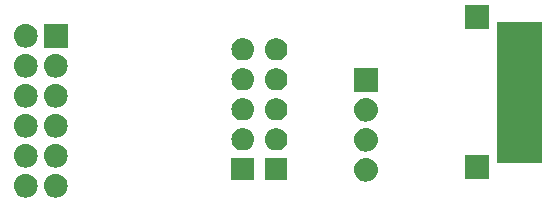
<source format=gbs>
G04 #@! TF.GenerationSoftware,KiCad,Pcbnew,(5.1.4)-1*
G04 #@! TF.CreationDate,2020-10-15T03:44:07+01:00*
G04 #@! TF.ProjectId,buffer,62756666-6572-42e6-9b69-6361645f7063,rev?*
G04 #@! TF.SameCoordinates,Original*
G04 #@! TF.FileFunction,Soldermask,Bot*
G04 #@! TF.FilePolarity,Negative*
%FSLAX46Y46*%
G04 Gerber Fmt 4.6, Leading zero omitted, Abs format (unit mm)*
G04 Created by KiCad (PCBNEW (5.1.4)-1) date 2020-10-15 03:44:07*
%MOMM*%
%LPD*%
G04 APERTURE LIST*
%ADD10C,0.100000*%
G04 APERTURE END LIST*
D10*
G36*
X40549836Y-46090830D02*
G01*
X40738332Y-46148009D01*
X40912058Y-46240868D01*
X41064328Y-46365832D01*
X41189292Y-46518102D01*
X41282151Y-46691828D01*
X41339330Y-46880324D01*
X41358638Y-47076360D01*
X41339330Y-47272396D01*
X41282151Y-47460892D01*
X41189292Y-47634618D01*
X41064328Y-47786888D01*
X40912058Y-47911852D01*
X40738332Y-48004711D01*
X40549836Y-48061890D01*
X40402920Y-48076360D01*
X40304680Y-48076360D01*
X40157764Y-48061890D01*
X39969268Y-48004711D01*
X39795542Y-47911852D01*
X39643272Y-47786888D01*
X39518308Y-47634618D01*
X39425449Y-47460892D01*
X39368270Y-47272396D01*
X39348962Y-47076360D01*
X39368270Y-46880324D01*
X39425449Y-46691828D01*
X39518308Y-46518102D01*
X39643272Y-46365832D01*
X39795542Y-46240868D01*
X39969268Y-46148009D01*
X40157764Y-46090830D01*
X40304680Y-46076360D01*
X40402920Y-46076360D01*
X40549836Y-46090830D01*
X40549836Y-46090830D01*
G37*
G36*
X38009836Y-46090830D02*
G01*
X38198332Y-46148009D01*
X38372058Y-46240868D01*
X38524328Y-46365832D01*
X38649292Y-46518102D01*
X38742151Y-46691828D01*
X38799330Y-46880324D01*
X38818638Y-47076360D01*
X38799330Y-47272396D01*
X38742151Y-47460892D01*
X38649292Y-47634618D01*
X38524328Y-47786888D01*
X38372058Y-47911852D01*
X38198332Y-48004711D01*
X38009836Y-48061890D01*
X37862920Y-48076360D01*
X37764680Y-48076360D01*
X37617764Y-48061890D01*
X37429268Y-48004711D01*
X37255542Y-47911852D01*
X37103272Y-47786888D01*
X36978308Y-47634618D01*
X36885449Y-47460892D01*
X36828270Y-47272396D01*
X36808962Y-47076360D01*
X36828270Y-46880324D01*
X36885449Y-46691828D01*
X36978308Y-46518102D01*
X37103272Y-46365832D01*
X37255542Y-46240868D01*
X37429268Y-46148009D01*
X37617764Y-46090830D01*
X37764680Y-46076360D01*
X37862920Y-46076360D01*
X38009836Y-46090830D01*
X38009836Y-46090830D01*
G37*
G36*
X66813436Y-44744630D02*
G01*
X67001932Y-44801809D01*
X67175658Y-44894668D01*
X67327928Y-45019632D01*
X67452892Y-45171902D01*
X67545751Y-45345628D01*
X67602930Y-45534124D01*
X67622238Y-45730160D01*
X67602930Y-45926196D01*
X67545751Y-46114692D01*
X67452892Y-46288418D01*
X67327928Y-46440688D01*
X67175658Y-46565652D01*
X67001932Y-46658511D01*
X66813436Y-46715690D01*
X66666520Y-46730160D01*
X66568280Y-46730160D01*
X66421364Y-46715690D01*
X66232868Y-46658511D01*
X66059142Y-46565652D01*
X65906872Y-46440688D01*
X65781908Y-46288418D01*
X65689049Y-46114692D01*
X65631870Y-45926196D01*
X65612562Y-45730160D01*
X65631870Y-45534124D01*
X65689049Y-45345628D01*
X65781908Y-45171902D01*
X65906872Y-45019632D01*
X66059142Y-44894668D01*
X66232868Y-44801809D01*
X66421364Y-44744630D01*
X66568280Y-44730160D01*
X66666520Y-44730160D01*
X66813436Y-44744630D01*
X66813436Y-44744630D01*
G37*
G36*
X59972800Y-46629360D02*
G01*
X58072800Y-46629360D01*
X58072800Y-44729360D01*
X59972800Y-44729360D01*
X59972800Y-46629360D01*
X59972800Y-46629360D01*
G37*
G36*
X57128000Y-46629360D02*
G01*
X55228000Y-46629360D01*
X55228000Y-44729360D01*
X57128000Y-44729360D01*
X57128000Y-46629360D01*
X57128000Y-46629360D01*
G37*
G36*
X77033180Y-46504100D02*
G01*
X75033180Y-46504100D01*
X75033180Y-44504100D01*
X77033180Y-44504100D01*
X77033180Y-46504100D01*
X77033180Y-46504100D01*
G37*
G36*
X38009836Y-43550830D02*
G01*
X38198332Y-43608009D01*
X38372058Y-43700868D01*
X38524328Y-43825832D01*
X38649292Y-43978102D01*
X38742151Y-44151828D01*
X38799330Y-44340324D01*
X38818638Y-44536360D01*
X38799330Y-44732396D01*
X38742151Y-44920892D01*
X38649292Y-45094618D01*
X38524328Y-45246888D01*
X38372058Y-45371852D01*
X38198332Y-45464711D01*
X38009836Y-45521890D01*
X37862920Y-45536360D01*
X37764680Y-45536360D01*
X37617764Y-45521890D01*
X37429268Y-45464711D01*
X37255542Y-45371852D01*
X37103272Y-45246888D01*
X36978308Y-45094618D01*
X36885449Y-44920892D01*
X36828270Y-44732396D01*
X36808962Y-44536360D01*
X36828270Y-44340324D01*
X36885449Y-44151828D01*
X36978308Y-43978102D01*
X37103272Y-43825832D01*
X37255542Y-43700868D01*
X37429268Y-43608009D01*
X37617764Y-43550830D01*
X37764680Y-43536360D01*
X37862920Y-43536360D01*
X38009836Y-43550830D01*
X38009836Y-43550830D01*
G37*
G36*
X40549836Y-43550830D02*
G01*
X40738332Y-43608009D01*
X40912058Y-43700868D01*
X41064328Y-43825832D01*
X41189292Y-43978102D01*
X41282151Y-44151828D01*
X41339330Y-44340324D01*
X41358638Y-44536360D01*
X41339330Y-44732396D01*
X41282151Y-44920892D01*
X41189292Y-45094618D01*
X41064328Y-45246888D01*
X40912058Y-45371852D01*
X40738332Y-45464711D01*
X40549836Y-45521890D01*
X40402920Y-45536360D01*
X40304680Y-45536360D01*
X40157764Y-45521890D01*
X39969268Y-45464711D01*
X39795542Y-45371852D01*
X39643272Y-45246888D01*
X39518308Y-45094618D01*
X39425449Y-44920892D01*
X39368270Y-44732396D01*
X39348962Y-44536360D01*
X39368270Y-44340324D01*
X39425449Y-44151828D01*
X39518308Y-43978102D01*
X39643272Y-43825832D01*
X39795542Y-43700868D01*
X39969268Y-43608009D01*
X40157764Y-43550830D01*
X40304680Y-43536360D01*
X40402920Y-43536360D01*
X40549836Y-43550830D01*
X40549836Y-43550830D01*
G37*
G36*
X81502000Y-45180960D02*
G01*
X77702000Y-45180960D01*
X77702000Y-33220960D01*
X81502000Y-33220960D01*
X81502000Y-45180960D01*
X81502000Y-45180960D01*
G37*
G36*
X66813436Y-42204630D02*
G01*
X67001932Y-42261809D01*
X67175658Y-42354668D01*
X67327928Y-42479632D01*
X67452892Y-42631902D01*
X67545751Y-42805628D01*
X67602930Y-42994124D01*
X67622238Y-43190160D01*
X67602930Y-43386196D01*
X67545751Y-43574692D01*
X67452892Y-43748418D01*
X67327928Y-43900688D01*
X67175658Y-44025652D01*
X67001932Y-44118511D01*
X66813436Y-44175690D01*
X66666520Y-44190160D01*
X66568280Y-44190160D01*
X66421364Y-44175690D01*
X66232868Y-44118511D01*
X66059142Y-44025652D01*
X65906872Y-43900688D01*
X65781908Y-43748418D01*
X65689049Y-43574692D01*
X65631870Y-43386196D01*
X65612562Y-43190160D01*
X65631870Y-42994124D01*
X65689049Y-42805628D01*
X65781908Y-42631902D01*
X65906872Y-42479632D01*
X66059142Y-42354668D01*
X66232868Y-42261809D01*
X66421364Y-42204630D01*
X66568280Y-42190160D01*
X66666520Y-42190160D01*
X66813436Y-42204630D01*
X66813436Y-42204630D01*
G37*
G36*
X59209033Y-42203106D02*
G01*
X59298570Y-42230267D01*
X59388108Y-42257428D01*
X59553145Y-42345642D01*
X59697801Y-42464359D01*
X59816518Y-42609015D01*
X59904732Y-42774052D01*
X59959054Y-42953128D01*
X59977396Y-43139360D01*
X59959054Y-43325592D01*
X59904732Y-43504668D01*
X59816518Y-43669705D01*
X59697801Y-43814361D01*
X59553145Y-43933078D01*
X59388108Y-44021292D01*
X59298570Y-44048453D01*
X59209033Y-44075614D01*
X59069465Y-44089360D01*
X58976135Y-44089360D01*
X58836567Y-44075614D01*
X58747030Y-44048453D01*
X58657492Y-44021292D01*
X58492455Y-43933078D01*
X58347799Y-43814361D01*
X58229082Y-43669705D01*
X58140868Y-43504668D01*
X58086546Y-43325592D01*
X58068204Y-43139360D01*
X58086546Y-42953128D01*
X58140868Y-42774052D01*
X58229082Y-42609015D01*
X58347799Y-42464359D01*
X58492455Y-42345642D01*
X58657492Y-42257428D01*
X58747030Y-42230267D01*
X58836567Y-42203106D01*
X58976135Y-42189360D01*
X59069465Y-42189360D01*
X59209033Y-42203106D01*
X59209033Y-42203106D01*
G37*
G36*
X56364233Y-42203106D02*
G01*
X56453770Y-42230267D01*
X56543308Y-42257428D01*
X56708345Y-42345642D01*
X56853001Y-42464359D01*
X56971718Y-42609015D01*
X57059932Y-42774052D01*
X57114254Y-42953128D01*
X57132596Y-43139360D01*
X57114254Y-43325592D01*
X57059932Y-43504668D01*
X56971718Y-43669705D01*
X56853001Y-43814361D01*
X56708345Y-43933078D01*
X56543308Y-44021292D01*
X56453770Y-44048453D01*
X56364233Y-44075614D01*
X56224665Y-44089360D01*
X56131335Y-44089360D01*
X55991767Y-44075614D01*
X55902230Y-44048453D01*
X55812692Y-44021292D01*
X55647655Y-43933078D01*
X55502999Y-43814361D01*
X55384282Y-43669705D01*
X55296068Y-43504668D01*
X55241746Y-43325592D01*
X55223404Y-43139360D01*
X55241746Y-42953128D01*
X55296068Y-42774052D01*
X55384282Y-42609015D01*
X55502999Y-42464359D01*
X55647655Y-42345642D01*
X55812692Y-42257428D01*
X55902230Y-42230267D01*
X55991767Y-42203106D01*
X56131335Y-42189360D01*
X56224665Y-42189360D01*
X56364233Y-42203106D01*
X56364233Y-42203106D01*
G37*
G36*
X40549836Y-41010830D02*
G01*
X40738332Y-41068009D01*
X40912058Y-41160868D01*
X41064328Y-41285832D01*
X41189292Y-41438102D01*
X41282151Y-41611828D01*
X41339330Y-41800324D01*
X41358638Y-41996360D01*
X41339330Y-42192396D01*
X41282151Y-42380892D01*
X41189292Y-42554618D01*
X41064328Y-42706888D01*
X40912058Y-42831852D01*
X40738332Y-42924711D01*
X40549836Y-42981890D01*
X40402920Y-42996360D01*
X40304680Y-42996360D01*
X40157764Y-42981890D01*
X39969268Y-42924711D01*
X39795542Y-42831852D01*
X39643272Y-42706888D01*
X39518308Y-42554618D01*
X39425449Y-42380892D01*
X39368270Y-42192396D01*
X39348962Y-41996360D01*
X39368270Y-41800324D01*
X39425449Y-41611828D01*
X39518308Y-41438102D01*
X39643272Y-41285832D01*
X39795542Y-41160868D01*
X39969268Y-41068009D01*
X40157764Y-41010830D01*
X40304680Y-40996360D01*
X40402920Y-40996360D01*
X40549836Y-41010830D01*
X40549836Y-41010830D01*
G37*
G36*
X38009836Y-41010830D02*
G01*
X38198332Y-41068009D01*
X38372058Y-41160868D01*
X38524328Y-41285832D01*
X38649292Y-41438102D01*
X38742151Y-41611828D01*
X38799330Y-41800324D01*
X38818638Y-41996360D01*
X38799330Y-42192396D01*
X38742151Y-42380892D01*
X38649292Y-42554618D01*
X38524328Y-42706888D01*
X38372058Y-42831852D01*
X38198332Y-42924711D01*
X38009836Y-42981890D01*
X37862920Y-42996360D01*
X37764680Y-42996360D01*
X37617764Y-42981890D01*
X37429268Y-42924711D01*
X37255542Y-42831852D01*
X37103272Y-42706888D01*
X36978308Y-42554618D01*
X36885449Y-42380892D01*
X36828270Y-42192396D01*
X36808962Y-41996360D01*
X36828270Y-41800324D01*
X36885449Y-41611828D01*
X36978308Y-41438102D01*
X37103272Y-41285832D01*
X37255542Y-41160868D01*
X37429268Y-41068009D01*
X37617764Y-41010830D01*
X37764680Y-40996360D01*
X37862920Y-40996360D01*
X38009836Y-41010830D01*
X38009836Y-41010830D01*
G37*
G36*
X66813436Y-39664630D02*
G01*
X67001932Y-39721809D01*
X67175658Y-39814668D01*
X67327928Y-39939632D01*
X67452892Y-40091902D01*
X67545751Y-40265628D01*
X67602930Y-40454124D01*
X67622238Y-40650160D01*
X67602930Y-40846196D01*
X67545751Y-41034692D01*
X67452892Y-41208418D01*
X67327928Y-41360688D01*
X67175658Y-41485652D01*
X67001932Y-41578511D01*
X66813436Y-41635690D01*
X66666520Y-41650160D01*
X66568280Y-41650160D01*
X66421364Y-41635690D01*
X66232868Y-41578511D01*
X66059142Y-41485652D01*
X65906872Y-41360688D01*
X65781908Y-41208418D01*
X65689049Y-41034692D01*
X65631870Y-40846196D01*
X65612562Y-40650160D01*
X65631870Y-40454124D01*
X65689049Y-40265628D01*
X65781908Y-40091902D01*
X65906872Y-39939632D01*
X66059142Y-39814668D01*
X66232868Y-39721809D01*
X66421364Y-39664630D01*
X66568280Y-39650160D01*
X66666520Y-39650160D01*
X66813436Y-39664630D01*
X66813436Y-39664630D01*
G37*
G36*
X59209033Y-39663106D02*
G01*
X59298570Y-39690267D01*
X59388108Y-39717428D01*
X59553145Y-39805642D01*
X59697801Y-39924359D01*
X59816518Y-40069015D01*
X59904732Y-40234052D01*
X59959054Y-40413128D01*
X59977396Y-40599360D01*
X59959054Y-40785592D01*
X59904732Y-40964668D01*
X59816518Y-41129705D01*
X59697801Y-41274361D01*
X59553145Y-41393078D01*
X59388108Y-41481292D01*
X59298570Y-41508453D01*
X59209033Y-41535614D01*
X59069465Y-41549360D01*
X58976135Y-41549360D01*
X58836567Y-41535614D01*
X58747030Y-41508453D01*
X58657492Y-41481292D01*
X58492455Y-41393078D01*
X58347799Y-41274361D01*
X58229082Y-41129705D01*
X58140868Y-40964668D01*
X58086546Y-40785592D01*
X58068204Y-40599360D01*
X58086546Y-40413128D01*
X58140868Y-40234052D01*
X58229082Y-40069015D01*
X58347799Y-39924359D01*
X58492455Y-39805642D01*
X58657492Y-39717428D01*
X58747030Y-39690267D01*
X58836567Y-39663106D01*
X58976135Y-39649360D01*
X59069465Y-39649360D01*
X59209033Y-39663106D01*
X59209033Y-39663106D01*
G37*
G36*
X56364233Y-39663106D02*
G01*
X56453770Y-39690267D01*
X56543308Y-39717428D01*
X56708345Y-39805642D01*
X56853001Y-39924359D01*
X56971718Y-40069015D01*
X57059932Y-40234052D01*
X57114254Y-40413128D01*
X57132596Y-40599360D01*
X57114254Y-40785592D01*
X57059932Y-40964668D01*
X56971718Y-41129705D01*
X56853001Y-41274361D01*
X56708345Y-41393078D01*
X56543308Y-41481292D01*
X56453770Y-41508453D01*
X56364233Y-41535614D01*
X56224665Y-41549360D01*
X56131335Y-41549360D01*
X55991767Y-41535614D01*
X55902230Y-41508453D01*
X55812692Y-41481292D01*
X55647655Y-41393078D01*
X55502999Y-41274361D01*
X55384282Y-41129705D01*
X55296068Y-40964668D01*
X55241746Y-40785592D01*
X55223404Y-40599360D01*
X55241746Y-40413128D01*
X55296068Y-40234052D01*
X55384282Y-40069015D01*
X55502999Y-39924359D01*
X55647655Y-39805642D01*
X55812692Y-39717428D01*
X55902230Y-39690267D01*
X55991767Y-39663106D01*
X56131335Y-39649360D01*
X56224665Y-39649360D01*
X56364233Y-39663106D01*
X56364233Y-39663106D01*
G37*
G36*
X40549836Y-38470830D02*
G01*
X40738332Y-38528009D01*
X40912058Y-38620868D01*
X41064328Y-38745832D01*
X41189292Y-38898102D01*
X41282151Y-39071828D01*
X41339330Y-39260324D01*
X41358638Y-39456360D01*
X41339330Y-39652396D01*
X41282151Y-39840892D01*
X41189292Y-40014618D01*
X41064328Y-40166888D01*
X40912058Y-40291852D01*
X40738332Y-40384711D01*
X40549836Y-40441890D01*
X40402920Y-40456360D01*
X40304680Y-40456360D01*
X40157764Y-40441890D01*
X39969268Y-40384711D01*
X39795542Y-40291852D01*
X39643272Y-40166888D01*
X39518308Y-40014618D01*
X39425449Y-39840892D01*
X39368270Y-39652396D01*
X39348962Y-39456360D01*
X39368270Y-39260324D01*
X39425449Y-39071828D01*
X39518308Y-38898102D01*
X39643272Y-38745832D01*
X39795542Y-38620868D01*
X39969268Y-38528009D01*
X40157764Y-38470830D01*
X40304680Y-38456360D01*
X40402920Y-38456360D01*
X40549836Y-38470830D01*
X40549836Y-38470830D01*
G37*
G36*
X38009836Y-38470830D02*
G01*
X38198332Y-38528009D01*
X38372058Y-38620868D01*
X38524328Y-38745832D01*
X38649292Y-38898102D01*
X38742151Y-39071828D01*
X38799330Y-39260324D01*
X38818638Y-39456360D01*
X38799330Y-39652396D01*
X38742151Y-39840892D01*
X38649292Y-40014618D01*
X38524328Y-40166888D01*
X38372058Y-40291852D01*
X38198332Y-40384711D01*
X38009836Y-40441890D01*
X37862920Y-40456360D01*
X37764680Y-40456360D01*
X37617764Y-40441890D01*
X37429268Y-40384711D01*
X37255542Y-40291852D01*
X37103272Y-40166888D01*
X36978308Y-40014618D01*
X36885449Y-39840892D01*
X36828270Y-39652396D01*
X36808962Y-39456360D01*
X36828270Y-39260324D01*
X36885449Y-39071828D01*
X36978308Y-38898102D01*
X37103272Y-38745832D01*
X37255542Y-38620868D01*
X37429268Y-38528009D01*
X37617764Y-38470830D01*
X37764680Y-38456360D01*
X37862920Y-38456360D01*
X38009836Y-38470830D01*
X38009836Y-38470830D01*
G37*
G36*
X67617400Y-39110160D02*
G01*
X65617400Y-39110160D01*
X65617400Y-37110160D01*
X67617400Y-37110160D01*
X67617400Y-39110160D01*
X67617400Y-39110160D01*
G37*
G36*
X56364233Y-37123106D02*
G01*
X56453770Y-37150267D01*
X56543308Y-37177428D01*
X56708345Y-37265642D01*
X56853001Y-37384359D01*
X56971718Y-37529015D01*
X57059932Y-37694052D01*
X57114254Y-37873128D01*
X57132596Y-38059360D01*
X57114254Y-38245592D01*
X57059932Y-38424668D01*
X56971718Y-38589705D01*
X56853001Y-38734361D01*
X56708345Y-38853078D01*
X56543308Y-38941292D01*
X56453770Y-38968453D01*
X56364233Y-38995614D01*
X56224665Y-39009360D01*
X56131335Y-39009360D01*
X55991767Y-38995614D01*
X55902230Y-38968453D01*
X55812692Y-38941292D01*
X55647655Y-38853078D01*
X55502999Y-38734361D01*
X55384282Y-38589705D01*
X55296068Y-38424668D01*
X55241746Y-38245592D01*
X55223404Y-38059360D01*
X55241746Y-37873128D01*
X55296068Y-37694052D01*
X55384282Y-37529015D01*
X55502999Y-37384359D01*
X55647655Y-37265642D01*
X55812692Y-37177428D01*
X55902230Y-37150267D01*
X55991767Y-37123106D01*
X56131335Y-37109360D01*
X56224665Y-37109360D01*
X56364233Y-37123106D01*
X56364233Y-37123106D01*
G37*
G36*
X59209033Y-37123106D02*
G01*
X59298570Y-37150267D01*
X59388108Y-37177428D01*
X59553145Y-37265642D01*
X59697801Y-37384359D01*
X59816518Y-37529015D01*
X59904732Y-37694052D01*
X59959054Y-37873128D01*
X59977396Y-38059360D01*
X59959054Y-38245592D01*
X59904732Y-38424668D01*
X59816518Y-38589705D01*
X59697801Y-38734361D01*
X59553145Y-38853078D01*
X59388108Y-38941292D01*
X59298570Y-38968453D01*
X59209033Y-38995614D01*
X59069465Y-39009360D01*
X58976135Y-39009360D01*
X58836567Y-38995614D01*
X58747030Y-38968453D01*
X58657492Y-38941292D01*
X58492455Y-38853078D01*
X58347799Y-38734361D01*
X58229082Y-38589705D01*
X58140868Y-38424668D01*
X58086546Y-38245592D01*
X58068204Y-38059360D01*
X58086546Y-37873128D01*
X58140868Y-37694052D01*
X58229082Y-37529015D01*
X58347799Y-37384359D01*
X58492455Y-37265642D01*
X58657492Y-37177428D01*
X58747030Y-37150267D01*
X58836567Y-37123106D01*
X58976135Y-37109360D01*
X59069465Y-37109360D01*
X59209033Y-37123106D01*
X59209033Y-37123106D01*
G37*
G36*
X40549836Y-35930830D02*
G01*
X40738332Y-35988009D01*
X40912058Y-36080868D01*
X41064328Y-36205832D01*
X41189292Y-36358102D01*
X41282151Y-36531828D01*
X41339330Y-36720324D01*
X41358638Y-36916360D01*
X41339330Y-37112396D01*
X41282151Y-37300892D01*
X41189292Y-37474618D01*
X41064328Y-37626888D01*
X40912058Y-37751852D01*
X40738332Y-37844711D01*
X40549836Y-37901890D01*
X40402920Y-37916360D01*
X40304680Y-37916360D01*
X40157764Y-37901890D01*
X39969268Y-37844711D01*
X39795542Y-37751852D01*
X39643272Y-37626888D01*
X39518308Y-37474618D01*
X39425449Y-37300892D01*
X39368270Y-37112396D01*
X39348962Y-36916360D01*
X39368270Y-36720324D01*
X39425449Y-36531828D01*
X39518308Y-36358102D01*
X39643272Y-36205832D01*
X39795542Y-36080868D01*
X39969268Y-35988009D01*
X40157764Y-35930830D01*
X40304680Y-35916360D01*
X40402920Y-35916360D01*
X40549836Y-35930830D01*
X40549836Y-35930830D01*
G37*
G36*
X38009836Y-35930830D02*
G01*
X38198332Y-35988009D01*
X38372058Y-36080868D01*
X38524328Y-36205832D01*
X38649292Y-36358102D01*
X38742151Y-36531828D01*
X38799330Y-36720324D01*
X38818638Y-36916360D01*
X38799330Y-37112396D01*
X38742151Y-37300892D01*
X38649292Y-37474618D01*
X38524328Y-37626888D01*
X38372058Y-37751852D01*
X38198332Y-37844711D01*
X38009836Y-37901890D01*
X37862920Y-37916360D01*
X37764680Y-37916360D01*
X37617764Y-37901890D01*
X37429268Y-37844711D01*
X37255542Y-37751852D01*
X37103272Y-37626888D01*
X36978308Y-37474618D01*
X36885449Y-37300892D01*
X36828270Y-37112396D01*
X36808962Y-36916360D01*
X36828270Y-36720324D01*
X36885449Y-36531828D01*
X36978308Y-36358102D01*
X37103272Y-36205832D01*
X37255542Y-36080868D01*
X37429268Y-35988009D01*
X37617764Y-35930830D01*
X37764680Y-35916360D01*
X37862920Y-35916360D01*
X38009836Y-35930830D01*
X38009836Y-35930830D01*
G37*
G36*
X56364233Y-34583106D02*
G01*
X56453770Y-34610267D01*
X56543308Y-34637428D01*
X56708345Y-34725642D01*
X56853001Y-34844359D01*
X56971718Y-34989015D01*
X57059932Y-35154052D01*
X57114254Y-35333128D01*
X57132596Y-35519360D01*
X57114254Y-35705592D01*
X57059932Y-35884668D01*
X56971718Y-36049705D01*
X56853001Y-36194361D01*
X56708345Y-36313078D01*
X56543308Y-36401292D01*
X56453770Y-36428453D01*
X56364233Y-36455614D01*
X56224665Y-36469360D01*
X56131335Y-36469360D01*
X55991767Y-36455614D01*
X55902230Y-36428453D01*
X55812692Y-36401292D01*
X55647655Y-36313078D01*
X55502999Y-36194361D01*
X55384282Y-36049705D01*
X55296068Y-35884668D01*
X55241746Y-35705592D01*
X55223404Y-35519360D01*
X55241746Y-35333128D01*
X55296068Y-35154052D01*
X55384282Y-34989015D01*
X55502999Y-34844359D01*
X55647655Y-34725642D01*
X55812692Y-34637428D01*
X55902230Y-34610267D01*
X55991767Y-34583106D01*
X56131335Y-34569360D01*
X56224665Y-34569360D01*
X56364233Y-34583106D01*
X56364233Y-34583106D01*
G37*
G36*
X59209033Y-34583106D02*
G01*
X59298570Y-34610267D01*
X59388108Y-34637428D01*
X59553145Y-34725642D01*
X59697801Y-34844359D01*
X59816518Y-34989015D01*
X59904732Y-35154052D01*
X59959054Y-35333128D01*
X59977396Y-35519360D01*
X59959054Y-35705592D01*
X59904732Y-35884668D01*
X59816518Y-36049705D01*
X59697801Y-36194361D01*
X59553145Y-36313078D01*
X59388108Y-36401292D01*
X59298570Y-36428453D01*
X59209033Y-36455614D01*
X59069465Y-36469360D01*
X58976135Y-36469360D01*
X58836567Y-36455614D01*
X58747030Y-36428453D01*
X58657492Y-36401292D01*
X58492455Y-36313078D01*
X58347799Y-36194361D01*
X58229082Y-36049705D01*
X58140868Y-35884668D01*
X58086546Y-35705592D01*
X58068204Y-35519360D01*
X58086546Y-35333128D01*
X58140868Y-35154052D01*
X58229082Y-34989015D01*
X58347799Y-34844359D01*
X58492455Y-34725642D01*
X58657492Y-34637428D01*
X58747030Y-34610267D01*
X58836567Y-34583106D01*
X58976135Y-34569360D01*
X59069465Y-34569360D01*
X59209033Y-34583106D01*
X59209033Y-34583106D01*
G37*
G36*
X38009836Y-33390830D02*
G01*
X38198332Y-33448009D01*
X38372058Y-33540868D01*
X38524328Y-33665832D01*
X38649292Y-33818102D01*
X38742151Y-33991828D01*
X38799330Y-34180324D01*
X38818638Y-34376360D01*
X38799330Y-34572396D01*
X38742151Y-34760892D01*
X38649292Y-34934618D01*
X38524328Y-35086888D01*
X38372058Y-35211852D01*
X38198332Y-35304711D01*
X38009836Y-35361890D01*
X37862920Y-35376360D01*
X37764680Y-35376360D01*
X37617764Y-35361890D01*
X37429268Y-35304711D01*
X37255542Y-35211852D01*
X37103272Y-35086888D01*
X36978308Y-34934618D01*
X36885449Y-34760892D01*
X36828270Y-34572396D01*
X36808962Y-34376360D01*
X36828270Y-34180324D01*
X36885449Y-33991828D01*
X36978308Y-33818102D01*
X37103272Y-33665832D01*
X37255542Y-33540868D01*
X37429268Y-33448009D01*
X37617764Y-33390830D01*
X37764680Y-33376360D01*
X37862920Y-33376360D01*
X38009836Y-33390830D01*
X38009836Y-33390830D01*
G37*
G36*
X41353800Y-35376360D02*
G01*
X39353800Y-35376360D01*
X39353800Y-33376360D01*
X41353800Y-33376360D01*
X41353800Y-35376360D01*
X41353800Y-35376360D01*
G37*
G36*
X77040800Y-33801560D02*
G01*
X75040800Y-33801560D01*
X75040800Y-31801560D01*
X77040800Y-31801560D01*
X77040800Y-33801560D01*
X77040800Y-33801560D01*
G37*
M02*

</source>
